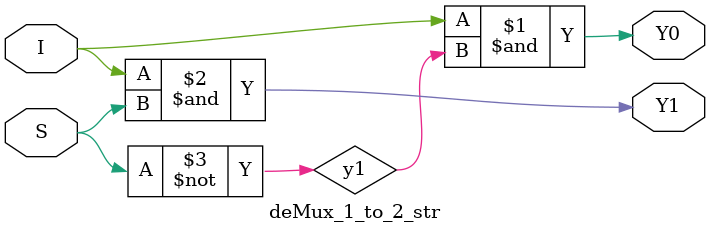
<source format=v>


module deMux_1_to_2_str(I, S, Y0, Y1);
input I; input S; output Y0, Y1;
wire y1;
not(y1, S);
and(Y0, I, y1);
and(Y1, I, S);
endmodule
</source>
